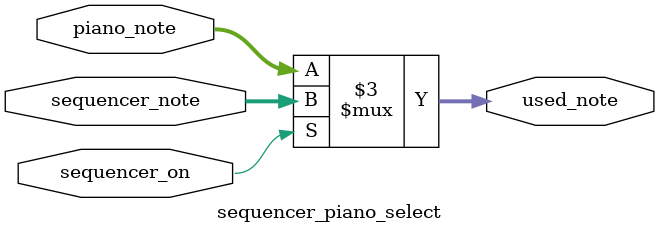
<source format=sv>
/************************************************************************************************************/
// Inputs:
//    sequencer_on -> A 1 or 0 value which denotes that the chip is in sequencer mode if 1 and piano mode if 0
//    piano_note -> Any note value inputted which arrives from the keybord keys and keybord encoder
//    sequencer_note -> Any note value inputted which arrives from the sequencer
//
//    Outputs:
//    used_note -> Note to be sent to the lookup table depending on whether the chip is in piano or sequencer mode
//   
/*************************************************************************************************************/

module sequencer_piano_select (input logic sequencer_on, input logic [3:0]piano_note, sequencer_note, output logic [3:0]used_note);

always_comb begin
    if(sequencer_on)
    used_note = sequencer_note; // Selects note to send to lookup table based on if the sequencer is on or not 
    else
    used_note = piano_note;
end

endmodule
</source>
